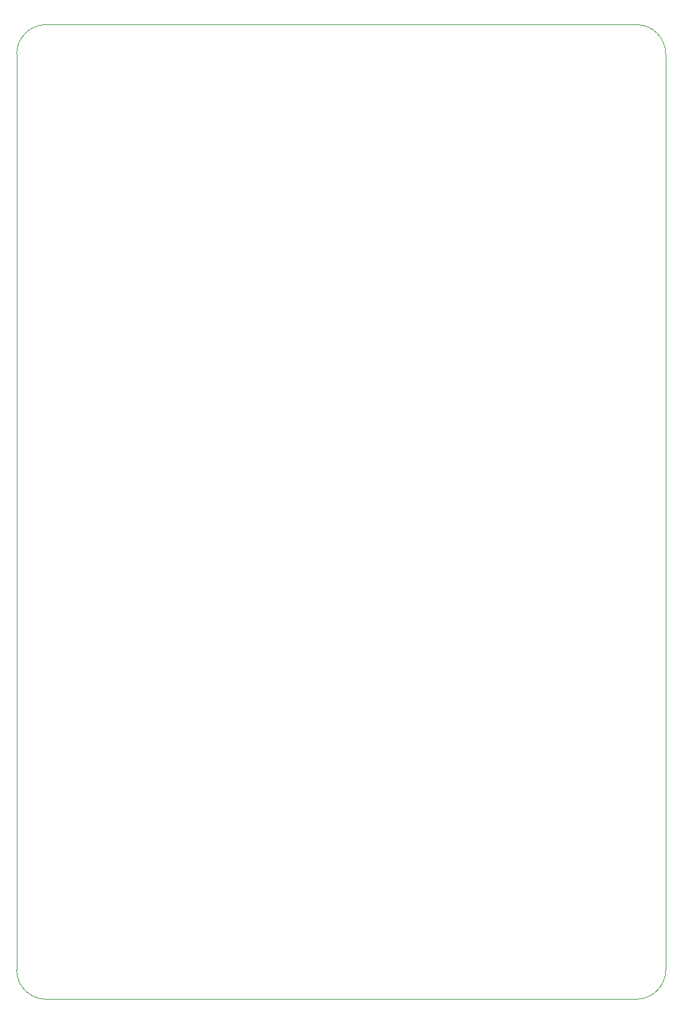
<source format=gm1>
%TF.GenerationSoftware,KiCad,Pcbnew,5.0.2+dfsg1-1*%
%TF.CreationDate,2022-01-02T18:45:16-08:00*%
%TF.ProjectId,brains,62726169-6e73-42e6-9b69-6361645f7063,rev?*%
%TF.SameCoordinates,Original*%
%TF.FileFunction,Profile,NP*%
%FSLAX46Y46*%
G04 Gerber Fmt 4.6, Leading zero omitted, Abs format (unit mm)*
G04 Created by KiCad (PCBNEW 5.0.2+dfsg1-1) date Sun 02 Jan 2022 06:45:16 PM PST*
%MOMM*%
%LPD*%
G01*
G04 APERTURE LIST*
%ADD10C,0.100000*%
G04 APERTURE END LIST*
D10*
X108000000Y-30000000D02*
X188000000Y-30000000D01*
X104000000Y-158000000D02*
X104000000Y-34000000D01*
X188000000Y-162000000D02*
X108000000Y-162000000D01*
X192000000Y-34000000D02*
X192000000Y-158000000D01*
X108000000Y-162000000D02*
G75*
G02X104000000Y-158000000I0J4000000D01*
G01*
X192000000Y-158000000D02*
G75*
G02X188000000Y-162000000I-4000000J0D01*
G01*
X188000000Y-30000000D02*
G75*
G02X192000000Y-34000000I0J-4000000D01*
G01*
X104000000Y-34000000D02*
G75*
G02X108000000Y-30000000I4000000J0D01*
G01*
M02*

</source>
